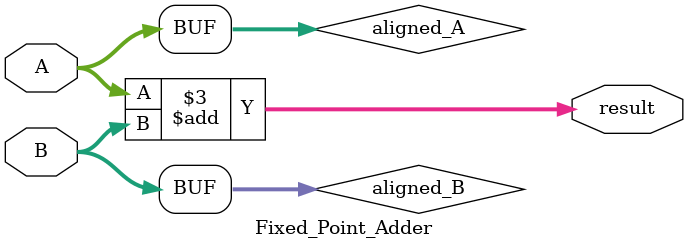
<source format=sv>
`timescale 1ns / 1ps
`timescale 1ns / 1ps
//////////////////////////////////////////////////////////////////////////////////
// Company: 
// Engineer: 
// 
// Create Date: 11/24/2024 02:37:54 PM
// Design Name: 
// Module Name: Fixed_Point_Adder
// Project Name: 
// Target Devices: 
// Tool Versions: 
// Description: Fixed-point addition with dynamic alignment
// 
// Dependencies: 
// 
// Revision:
// Revision 0.01 - File Created
// Additional Comments:
// 
//////////////////////////////////////////////////////////////////////////////////

module Fixed_Point_Adder #(
    parameter int n1 = 4, 
    parameter int m1 = 4, 
    parameter int n2 = 4, 
    parameter int m2 = 4
)(
    input logic [m1 + n1 - 1 : 0] A,
    input logic [m2 + n2 - 1 : 0] B,
    output logic [((m1 > m2 ? m1 : m2) + (n1 > n2 ? n1 : n2)) - 1 : 0] result
);
    localparam int max_m = (m1 > m2) ? m1 : m2;
    localparam int max_n = (n1 > n2) ? n1 : n2;
    localparam int min_m = (m1 > m2) ? m2 : m1;
    localparam int min_n = (n1 > n2) ? n2 : n1;

    logic [max_m + max_n - 1 : 0] aligned_A, aligned_B;

    always_comb begin
        if (m1 > m2) begin
            aligned_A = A;
            aligned_B = {B, {(m1 - m2){1'b0}}}; 
        end else if (m2 > m1) begin
            aligned_A = {A, {(m2 - m1){1'b0}}}; 
            aligned_B = B;
        end else begin
            aligned_A = A;
            aligned_B = B;
        end
    end

    always_comb begin
        result = aligned_A + aligned_B;
    end
endmodule

</source>
